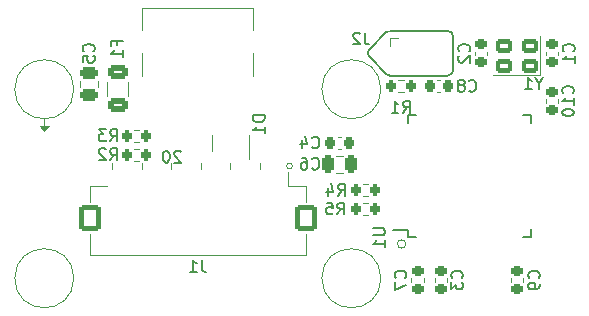
<source format=gbo>
G04 #@! TF.GenerationSoftware,KiCad,Pcbnew,(6.0.4-0)*
G04 #@! TF.CreationDate,2022-04-22T14:06:04+09:00*
G04 #@! TF.ProjectId,mcupcb,6d637570-6362-42e6-9b69-6361645f7063,rev?*
G04 #@! TF.SameCoordinates,Original*
G04 #@! TF.FileFunction,Legend,Bot*
G04 #@! TF.FilePolarity,Positive*
%FSLAX46Y46*%
G04 Gerber Fmt 4.6, Leading zero omitted, Abs format (unit mm)*
G04 Created by KiCad (PCBNEW (6.0.4-0)) date 2022-04-22 14:06:04*
%MOMM*%
%LPD*%
G01*
G04 APERTURE LIST*
G04 Aperture macros list*
%AMRoundRect*
0 Rectangle with rounded corners*
0 $1 Rounding radius*
0 $2 $3 $4 $5 $6 $7 $8 $9 X,Y pos of 4 corners*
0 Add a 4 corners polygon primitive as box body*
4,1,4,$2,$3,$4,$5,$6,$7,$8,$9,$2,$3,0*
0 Add four circle primitives for the rounded corners*
1,1,$1+$1,$2,$3*
1,1,$1+$1,$4,$5*
1,1,$1+$1,$6,$7*
1,1,$1+$1,$8,$9*
0 Add four rect primitives between the rounded corners*
20,1,$1+$1,$2,$3,$4,$5,0*
20,1,$1+$1,$4,$5,$6,$7,0*
20,1,$1+$1,$6,$7,$8,$9,0*
20,1,$1+$1,$8,$9,$2,$3,0*%
G04 Aperture macros list end*
%ADD10C,0.120000*%
%ADD11C,0.150000*%
%ADD12C,0.200000*%
%ADD13C,0.500000*%
%ADD14C,2.200000*%
%ADD15R,0.300000X1.300000*%
%ADD16RoundRect,0.200000X0.700000X0.900000X-0.700000X0.900000X-0.700000X-0.900000X0.700000X-0.900000X0*%
%ADD17R,1.500000X0.550000*%
%ADD18R,0.550000X1.500000*%
%ADD19RoundRect,0.225000X-0.225000X-0.250000X0.225000X-0.250000X0.225000X0.250000X-0.225000X0.250000X0*%
%ADD20RoundRect,0.200000X0.200000X0.275000X-0.200000X0.275000X-0.200000X-0.275000X0.200000X-0.275000X0*%
%ADD21RoundRect,0.225000X0.250000X-0.225000X0.250000X0.225000X-0.250000X0.225000X-0.250000X-0.225000X0*%
%ADD22RoundRect,0.200000X-0.200000X-0.275000X0.200000X-0.275000X0.200000X0.275000X-0.200000X0.275000X0*%
%ADD23RoundRect,0.225000X-0.250000X0.225000X-0.250000X-0.225000X0.250000X-0.225000X0.250000X0.225000X0*%
%ADD24R,1.000000X0.700000*%
%ADD25R,0.600000X0.700000*%
%ADD26RoundRect,0.250000X-0.475000X0.250000X-0.475000X-0.250000X0.475000X-0.250000X0.475000X0.250000X0*%
%ADD27RoundRect,0.225000X0.225000X0.250000X-0.225000X0.250000X-0.225000X-0.250000X0.225000X-0.250000X0*%
%ADD28RoundRect,0.200000X0.500000X0.400000X-0.500000X0.400000X-0.500000X-0.400000X0.500000X-0.400000X0*%
%ADD29RoundRect,0.250000X0.625000X-0.375000X0.625000X0.375000X-0.625000X0.375000X-0.625000X-0.375000X0*%
%ADD30C,0.650000*%
%ADD31R,0.600000X1.450000*%
%ADD32R,0.300000X1.450000*%
%ADD33O,1.000000X2.100000*%
%ADD34O,1.000000X1.600000*%
%ADD35C,4.000000*%
%ADD36RoundRect,0.250000X-0.250000X-0.475000X0.250000X-0.475000X0.250000X0.475000X-0.250000X0.475000X0*%
%ADD37C,0.990600*%
%ADD38C,0.800000*%
G04 APERTURE END LIST*
D10*
G36*
X187000000Y-156750000D02*
G01*
X186600000Y-156350000D01*
X187400000Y-156350000D01*
X187000000Y-156750000D01*
G37*
X187000000Y-156750000D02*
X186600000Y-156350000D01*
X187400000Y-156350000D01*
X187000000Y-156750000D01*
X187000000Y-156750000D02*
X187000000Y-155750000D01*
D11*
X198561904Y-158547619D02*
X198514285Y-158500000D01*
X198419047Y-158452380D01*
X198180952Y-158452380D01*
X198085714Y-158500000D01*
X198038095Y-158547619D01*
X197990476Y-158642857D01*
X197990476Y-158738095D01*
X198038095Y-158880952D01*
X198609523Y-159452380D01*
X197990476Y-159452380D01*
X197371428Y-158452380D02*
X197276190Y-158452380D01*
X197180952Y-158500000D01*
X197133333Y-158547619D01*
X197085714Y-158642857D01*
X197038095Y-158833333D01*
X197038095Y-159071428D01*
X197085714Y-159261904D01*
X197133333Y-159357142D01*
X197180952Y-159404761D01*
X197276190Y-159452380D01*
X197371428Y-159452380D01*
X197466666Y-159404761D01*
X197514285Y-159357142D01*
X197561904Y-159261904D01*
X197609523Y-159071428D01*
X197609523Y-158833333D01*
X197561904Y-158642857D01*
X197514285Y-158547619D01*
X197466666Y-158500000D01*
X197371428Y-158452380D01*
X200333333Y-167702380D02*
X200333333Y-168416666D01*
X200380952Y-168559523D01*
X200476190Y-168654761D01*
X200619047Y-168702380D01*
X200714285Y-168702380D01*
X199333333Y-168702380D02*
X199904761Y-168702380D01*
X199619047Y-168702380D02*
X199619047Y-167702380D01*
X199714285Y-167845238D01*
X199809523Y-167940476D01*
X199904761Y-167988095D01*
X214852380Y-165038095D02*
X215661904Y-165038095D01*
X215757142Y-165085714D01*
X215804761Y-165133333D01*
X215852380Y-165228571D01*
X215852380Y-165419047D01*
X215804761Y-165514285D01*
X215757142Y-165561904D01*
X215661904Y-165609523D01*
X214852380Y-165609523D01*
X215852380Y-166609523D02*
X215852380Y-166038095D01*
X215852380Y-166323809D02*
X214852380Y-166323809D01*
X214995238Y-166228571D01*
X215090476Y-166133333D01*
X215138095Y-166038095D01*
X222966666Y-153357142D02*
X223014285Y-153404761D01*
X223157142Y-153452380D01*
X223252380Y-153452380D01*
X223395238Y-153404761D01*
X223490476Y-153309523D01*
X223538095Y-153214285D01*
X223585714Y-153023809D01*
X223585714Y-152880952D01*
X223538095Y-152690476D01*
X223490476Y-152595238D01*
X223395238Y-152500000D01*
X223252380Y-152452380D01*
X223157142Y-152452380D01*
X223014285Y-152500000D01*
X222966666Y-152547619D01*
X222395238Y-152880952D02*
X222490476Y-152833333D01*
X222538095Y-152785714D01*
X222585714Y-152690476D01*
X222585714Y-152642857D01*
X222538095Y-152547619D01*
X222490476Y-152500000D01*
X222395238Y-152452380D01*
X222204761Y-152452380D01*
X222109523Y-152500000D01*
X222061904Y-152547619D01*
X222014285Y-152642857D01*
X222014285Y-152690476D01*
X222061904Y-152785714D01*
X222109523Y-152833333D01*
X222204761Y-152880952D01*
X222395238Y-152880952D01*
X222490476Y-152928571D01*
X222538095Y-152976190D01*
X222585714Y-153071428D01*
X222585714Y-153261904D01*
X222538095Y-153357142D01*
X222490476Y-153404761D01*
X222395238Y-153452380D01*
X222204761Y-153452380D01*
X222109523Y-153404761D01*
X222061904Y-153357142D01*
X222014285Y-153261904D01*
X222014285Y-153071428D01*
X222061904Y-152976190D01*
X222109523Y-152928571D01*
X222204761Y-152880952D01*
X211866666Y-162252380D02*
X212200000Y-161776190D01*
X212438095Y-162252380D02*
X212438095Y-161252380D01*
X212057142Y-161252380D01*
X211961904Y-161300000D01*
X211914285Y-161347619D01*
X211866666Y-161442857D01*
X211866666Y-161585714D01*
X211914285Y-161680952D01*
X211961904Y-161728571D01*
X212057142Y-161776190D01*
X212438095Y-161776190D01*
X211009523Y-161585714D02*
X211009523Y-162252380D01*
X211247619Y-161204761D02*
X211485714Y-161919047D01*
X210866666Y-161919047D01*
X222357142Y-169233333D02*
X222404761Y-169185714D01*
X222452380Y-169042857D01*
X222452380Y-168947619D01*
X222404761Y-168804761D01*
X222309523Y-168709523D01*
X222214285Y-168661904D01*
X222023809Y-168614285D01*
X221880952Y-168614285D01*
X221690476Y-168661904D01*
X221595238Y-168709523D01*
X221500000Y-168804761D01*
X221452380Y-168947619D01*
X221452380Y-169042857D01*
X221500000Y-169185714D01*
X221547619Y-169233333D01*
X221452380Y-169566666D02*
X221452380Y-170185714D01*
X221833333Y-169852380D01*
X221833333Y-169995238D01*
X221880952Y-170090476D01*
X221928571Y-170138095D01*
X222023809Y-170185714D01*
X222261904Y-170185714D01*
X222357142Y-170138095D01*
X222404761Y-170090476D01*
X222452380Y-169995238D01*
X222452380Y-169709523D01*
X222404761Y-169614285D01*
X222357142Y-169566666D01*
X217366666Y-155252380D02*
X217700000Y-154776190D01*
X217938095Y-155252380D02*
X217938095Y-154252380D01*
X217557142Y-154252380D01*
X217461904Y-154300000D01*
X217414285Y-154347619D01*
X217366666Y-154442857D01*
X217366666Y-154585714D01*
X217414285Y-154680952D01*
X217461904Y-154728571D01*
X217557142Y-154776190D01*
X217938095Y-154776190D01*
X216414285Y-155252380D02*
X216985714Y-155252380D01*
X216700000Y-155252380D02*
X216700000Y-154252380D01*
X216795238Y-154395238D01*
X216890476Y-154490476D01*
X216985714Y-154538095D01*
X228857142Y-169233333D02*
X228904761Y-169185714D01*
X228952380Y-169042857D01*
X228952380Y-168947619D01*
X228904761Y-168804761D01*
X228809523Y-168709523D01*
X228714285Y-168661904D01*
X228523809Y-168614285D01*
X228380952Y-168614285D01*
X228190476Y-168661904D01*
X228095238Y-168709523D01*
X228000000Y-168804761D01*
X227952380Y-168947619D01*
X227952380Y-169042857D01*
X228000000Y-169185714D01*
X228047619Y-169233333D01*
X228952380Y-169709523D02*
X228952380Y-169900000D01*
X228904761Y-169995238D01*
X228857142Y-170042857D01*
X228714285Y-170138095D01*
X228523809Y-170185714D01*
X228142857Y-170185714D01*
X228047619Y-170138095D01*
X228000000Y-170090476D01*
X227952380Y-169995238D01*
X227952380Y-169804761D01*
X228000000Y-169709523D01*
X228047619Y-169661904D01*
X228142857Y-169614285D01*
X228380952Y-169614285D01*
X228476190Y-169661904D01*
X228523809Y-169709523D01*
X228571428Y-169804761D01*
X228571428Y-169995238D01*
X228523809Y-170090476D01*
X228476190Y-170138095D01*
X228380952Y-170185714D01*
X231807142Y-150033333D02*
X231854761Y-149985714D01*
X231902380Y-149842857D01*
X231902380Y-149747619D01*
X231854761Y-149604761D01*
X231759523Y-149509523D01*
X231664285Y-149461904D01*
X231473809Y-149414285D01*
X231330952Y-149414285D01*
X231140476Y-149461904D01*
X231045238Y-149509523D01*
X230950000Y-149604761D01*
X230902380Y-149747619D01*
X230902380Y-149842857D01*
X230950000Y-149985714D01*
X230997619Y-150033333D01*
X231902380Y-150985714D02*
X231902380Y-150414285D01*
X231902380Y-150700000D02*
X230902380Y-150700000D01*
X231045238Y-150604761D01*
X231140476Y-150509523D01*
X231188095Y-150414285D01*
X205652380Y-155461904D02*
X204652380Y-155461904D01*
X204652380Y-155700000D01*
X204700000Y-155842857D01*
X204795238Y-155938095D01*
X204890476Y-155985714D01*
X205080952Y-156033333D01*
X205223809Y-156033333D01*
X205414285Y-155985714D01*
X205509523Y-155938095D01*
X205604761Y-155842857D01*
X205652380Y-155700000D01*
X205652380Y-155461904D01*
X205652380Y-156985714D02*
X205652380Y-156414285D01*
X205652380Y-156700000D02*
X204652380Y-156700000D01*
X204795238Y-156604761D01*
X204890476Y-156509523D01*
X204938095Y-156414285D01*
X217557142Y-169233333D02*
X217604761Y-169185714D01*
X217652380Y-169042857D01*
X217652380Y-168947619D01*
X217604761Y-168804761D01*
X217509523Y-168709523D01*
X217414285Y-168661904D01*
X217223809Y-168614285D01*
X217080952Y-168614285D01*
X216890476Y-168661904D01*
X216795238Y-168709523D01*
X216700000Y-168804761D01*
X216652380Y-168947619D01*
X216652380Y-169042857D01*
X216700000Y-169185714D01*
X216747619Y-169233333D01*
X216652380Y-169566666D02*
X216652380Y-170233333D01*
X217652380Y-169804761D01*
X222957142Y-150033333D02*
X223004761Y-149985714D01*
X223052380Y-149842857D01*
X223052380Y-149747619D01*
X223004761Y-149604761D01*
X222909523Y-149509523D01*
X222814285Y-149461904D01*
X222623809Y-149414285D01*
X222480952Y-149414285D01*
X222290476Y-149461904D01*
X222195238Y-149509523D01*
X222100000Y-149604761D01*
X222052380Y-149747619D01*
X222052380Y-149842857D01*
X222100000Y-149985714D01*
X222147619Y-150033333D01*
X222147619Y-150414285D02*
X222100000Y-150461904D01*
X222052380Y-150557142D01*
X222052380Y-150795238D01*
X222100000Y-150890476D01*
X222147619Y-150938095D01*
X222242857Y-150985714D01*
X222338095Y-150985714D01*
X222480952Y-150938095D01*
X223052380Y-150366666D01*
X223052380Y-150985714D01*
X192566666Y-159252380D02*
X192900000Y-158776190D01*
X193138095Y-159252380D02*
X193138095Y-158252380D01*
X192757142Y-158252380D01*
X192661904Y-158300000D01*
X192614285Y-158347619D01*
X192566666Y-158442857D01*
X192566666Y-158585714D01*
X192614285Y-158680952D01*
X192661904Y-158728571D01*
X192757142Y-158776190D01*
X193138095Y-158776190D01*
X192185714Y-158347619D02*
X192138095Y-158300000D01*
X192042857Y-158252380D01*
X191804761Y-158252380D01*
X191709523Y-158300000D01*
X191661904Y-158347619D01*
X191614285Y-158442857D01*
X191614285Y-158538095D01*
X191661904Y-158680952D01*
X192233333Y-159252380D01*
X191614285Y-159252380D01*
X191157142Y-150033333D02*
X191204761Y-149985714D01*
X191252380Y-149842857D01*
X191252380Y-149747619D01*
X191204761Y-149604761D01*
X191109523Y-149509523D01*
X191014285Y-149461904D01*
X190823809Y-149414285D01*
X190680952Y-149414285D01*
X190490476Y-149461904D01*
X190395238Y-149509523D01*
X190300000Y-149604761D01*
X190252380Y-149747619D01*
X190252380Y-149842857D01*
X190300000Y-149985714D01*
X190347619Y-150033333D01*
X190252380Y-150938095D02*
X190252380Y-150461904D01*
X190728571Y-150414285D01*
X190680952Y-150461904D01*
X190633333Y-150557142D01*
X190633333Y-150795238D01*
X190680952Y-150890476D01*
X190728571Y-150938095D01*
X190823809Y-150985714D01*
X191061904Y-150985714D01*
X191157142Y-150938095D01*
X191204761Y-150890476D01*
X191252380Y-150795238D01*
X191252380Y-150557142D01*
X191204761Y-150461904D01*
X191157142Y-150414285D01*
X209666666Y-158157142D02*
X209714285Y-158204761D01*
X209857142Y-158252380D01*
X209952380Y-158252380D01*
X210095238Y-158204761D01*
X210190476Y-158109523D01*
X210238095Y-158014285D01*
X210285714Y-157823809D01*
X210285714Y-157680952D01*
X210238095Y-157490476D01*
X210190476Y-157395238D01*
X210095238Y-157300000D01*
X209952380Y-157252380D01*
X209857142Y-157252380D01*
X209714285Y-157300000D01*
X209666666Y-157347619D01*
X208809523Y-157585714D02*
X208809523Y-158252380D01*
X209047619Y-157204761D02*
X209285714Y-157919047D01*
X208666666Y-157919047D01*
X211816666Y-163852380D02*
X212150000Y-163376190D01*
X212388095Y-163852380D02*
X212388095Y-162852380D01*
X212007142Y-162852380D01*
X211911904Y-162900000D01*
X211864285Y-162947619D01*
X211816666Y-163042857D01*
X211816666Y-163185714D01*
X211864285Y-163280952D01*
X211911904Y-163328571D01*
X212007142Y-163376190D01*
X212388095Y-163376190D01*
X210911904Y-162852380D02*
X211388095Y-162852380D01*
X211435714Y-163328571D01*
X211388095Y-163280952D01*
X211292857Y-163233333D01*
X211054761Y-163233333D01*
X210959523Y-163280952D01*
X210911904Y-163328571D01*
X210864285Y-163423809D01*
X210864285Y-163661904D01*
X210911904Y-163757142D01*
X210959523Y-163804761D01*
X211054761Y-163852380D01*
X211292857Y-163852380D01*
X211388095Y-163804761D01*
X211435714Y-163757142D01*
X228876190Y-152776190D02*
X228876190Y-153252380D01*
X229209523Y-152252380D02*
X228876190Y-152776190D01*
X228542857Y-152252380D01*
X227685714Y-153252380D02*
X228257142Y-153252380D01*
X227971428Y-153252380D02*
X227971428Y-152252380D01*
X228066666Y-152395238D01*
X228161904Y-152490476D01*
X228257142Y-152538095D01*
X193128571Y-149466666D02*
X193128571Y-149133333D01*
X193652380Y-149133333D02*
X192652380Y-149133333D01*
X192652380Y-149609523D01*
X193652380Y-150514285D02*
X193652380Y-149942857D01*
X193652380Y-150228571D02*
X192652380Y-150228571D01*
X192795238Y-150133333D01*
X192890476Y-150038095D01*
X192938095Y-149942857D01*
X192566666Y-157652380D02*
X192900000Y-157176190D01*
X193138095Y-157652380D02*
X193138095Y-156652380D01*
X192757142Y-156652380D01*
X192661904Y-156700000D01*
X192614285Y-156747619D01*
X192566666Y-156842857D01*
X192566666Y-156985714D01*
X192614285Y-157080952D01*
X192661904Y-157128571D01*
X192757142Y-157176190D01*
X193138095Y-157176190D01*
X192233333Y-156652380D02*
X191614285Y-156652380D01*
X191947619Y-157033333D01*
X191804761Y-157033333D01*
X191709523Y-157080952D01*
X191661904Y-157128571D01*
X191614285Y-157223809D01*
X191614285Y-157461904D01*
X191661904Y-157557142D01*
X191709523Y-157604761D01*
X191804761Y-157652380D01*
X192090476Y-157652380D01*
X192185714Y-157604761D01*
X192233333Y-157557142D01*
X209666666Y-159957142D02*
X209714285Y-160004761D01*
X209857142Y-160052380D01*
X209952380Y-160052380D01*
X210095238Y-160004761D01*
X210190476Y-159909523D01*
X210238095Y-159814285D01*
X210285714Y-159623809D01*
X210285714Y-159480952D01*
X210238095Y-159290476D01*
X210190476Y-159195238D01*
X210095238Y-159100000D01*
X209952380Y-159052380D01*
X209857142Y-159052380D01*
X209714285Y-159100000D01*
X209666666Y-159147619D01*
X208809523Y-159052380D02*
X209000000Y-159052380D01*
X209095238Y-159100000D01*
X209142857Y-159147619D01*
X209238095Y-159290476D01*
X209285714Y-159480952D01*
X209285714Y-159861904D01*
X209238095Y-159957142D01*
X209190476Y-160004761D01*
X209095238Y-160052380D01*
X208904761Y-160052380D01*
X208809523Y-160004761D01*
X208761904Y-159957142D01*
X208714285Y-159861904D01*
X208714285Y-159623809D01*
X208761904Y-159528571D01*
X208809523Y-159480952D01*
X208904761Y-159433333D01*
X209095238Y-159433333D01*
X209190476Y-159480952D01*
X209238095Y-159528571D01*
X209285714Y-159623809D01*
X231757142Y-153607142D02*
X231804761Y-153559523D01*
X231852380Y-153416666D01*
X231852380Y-153321428D01*
X231804761Y-153178571D01*
X231709523Y-153083333D01*
X231614285Y-153035714D01*
X231423809Y-152988095D01*
X231280952Y-152988095D01*
X231090476Y-153035714D01*
X230995238Y-153083333D01*
X230900000Y-153178571D01*
X230852380Y-153321428D01*
X230852380Y-153416666D01*
X230900000Y-153559523D01*
X230947619Y-153607142D01*
X231852380Y-154559523D02*
X231852380Y-153988095D01*
X231852380Y-154273809D02*
X230852380Y-154273809D01*
X230995238Y-154178571D01*
X231090476Y-154083333D01*
X231138095Y-153988095D01*
X230852380Y-155178571D02*
X230852380Y-155273809D01*
X230900000Y-155369047D01*
X230947619Y-155416666D01*
X231042857Y-155464285D01*
X231233333Y-155511904D01*
X231471428Y-155511904D01*
X231661904Y-155464285D01*
X231757142Y-155416666D01*
X231804761Y-155369047D01*
X231852380Y-155273809D01*
X231852380Y-155178571D01*
X231804761Y-155083333D01*
X231757142Y-155035714D01*
X231661904Y-154988095D01*
X231471428Y-154940476D01*
X231233333Y-154940476D01*
X231042857Y-154988095D01*
X230947619Y-155035714D01*
X230900000Y-155083333D01*
X230852380Y-155178571D01*
X214133333Y-148452380D02*
X214133333Y-149166666D01*
X214180952Y-149309523D01*
X214276190Y-149404761D01*
X214419047Y-149452380D01*
X214514285Y-149452380D01*
X213704761Y-148547619D02*
X213657142Y-148500000D01*
X213561904Y-148452380D01*
X213323809Y-148452380D01*
X213228571Y-148500000D01*
X213180952Y-148547619D01*
X213133333Y-148642857D01*
X213133333Y-148738095D01*
X213180952Y-148880952D01*
X213752380Y-149452380D01*
X213133333Y-149452380D01*
D10*
X189500000Y-169250000D02*
G75*
G03*
X189500000Y-169250000I-2500000J0D01*
G01*
X205250000Y-160000000D02*
X205250000Y-159500000D01*
X192750000Y-160000000D02*
X192750000Y-159500000D01*
X209150000Y-161450000D02*
X209150000Y-162790000D01*
X209150000Y-165510000D02*
X209150000Y-167250000D01*
X197750000Y-160000000D02*
X197750000Y-159500000D01*
X190850000Y-167250000D02*
X190850000Y-165510000D01*
X207660000Y-161450000D02*
X209150000Y-161450000D01*
X192340000Y-161450000D02*
X190850000Y-161450000D01*
X207660000Y-161450000D02*
X207660000Y-160250000D01*
X209150000Y-167250000D02*
X190850000Y-167250000D01*
X200250000Y-160000000D02*
X200250000Y-159500000D01*
X202750000Y-160000000D02*
X202750000Y-159500000D01*
X195250000Y-160000000D02*
X195250000Y-159500000D01*
X190850000Y-161450000D02*
X190850000Y-162790000D01*
X208000000Y-159750000D02*
G75*
G03*
X208000000Y-159750000I-250000J0D01*
G01*
D11*
X228175000Y-165775000D02*
X227500000Y-165775000D01*
X228175000Y-155425000D02*
X228175000Y-156100000D01*
X217825000Y-165775000D02*
X218500000Y-165775000D01*
X217825000Y-165775000D02*
X217825000Y-165200000D01*
X228175000Y-155425000D02*
X227500000Y-155425000D01*
X217825000Y-155425000D02*
X217825000Y-156100000D01*
X228175000Y-165775000D02*
X228175000Y-165100000D01*
X217825000Y-165200000D02*
X216550000Y-165200000D01*
X217825000Y-155425000D02*
X218500000Y-155425000D01*
D10*
X217603553Y-166350000D02*
G75*
G03*
X217603553Y-166350000I-353553J0D01*
G01*
X220259420Y-152490000D02*
X220540580Y-152490000D01*
X220259420Y-153510000D02*
X220540580Y-153510000D01*
X214437258Y-161277500D02*
X213962742Y-161277500D01*
X214437258Y-162322500D02*
X213962742Y-162322500D01*
X221110000Y-169540580D02*
X221110000Y-169259420D01*
X220090000Y-169540580D02*
X220090000Y-169259420D01*
X216962742Y-153522500D02*
X217437258Y-153522500D01*
X216962742Y-152477500D02*
X217437258Y-152477500D01*
X227510000Y-169259420D02*
X227510000Y-169540580D01*
X226490000Y-169259420D02*
X226490000Y-169540580D01*
X229490000Y-150340580D02*
X229490000Y-150059420D01*
X230510000Y-150340580D02*
X230510000Y-150059420D01*
X204310000Y-157150000D02*
X204310000Y-159150000D01*
X201190000Y-158450000D02*
X201190000Y-157150000D01*
X219110000Y-169259420D02*
X219110000Y-169540580D01*
X218090000Y-169259420D02*
X218090000Y-169540580D01*
X224510000Y-150340580D02*
X224510000Y-150059420D01*
X223490000Y-150340580D02*
X223490000Y-150059420D01*
X194562742Y-159322500D02*
X195037258Y-159322500D01*
X194562742Y-158277500D02*
X195037258Y-158277500D01*
X215500000Y-169250000D02*
G75*
G03*
X215500000Y-169250000I-2500000J0D01*
G01*
X191535000Y-152538748D02*
X191535000Y-153061252D01*
X190065000Y-152538748D02*
X190065000Y-153061252D01*
X212140580Y-158310000D02*
X211859420Y-158310000D01*
X212140580Y-157290000D02*
X211859420Y-157290000D01*
X214437258Y-163922500D02*
X213962742Y-163922500D01*
X214437258Y-162877500D02*
X213962742Y-162877500D01*
X229000000Y-152050000D02*
X225000000Y-152050000D01*
X229000000Y-148750000D02*
X229000000Y-152050000D01*
X215500000Y-153250000D02*
G75*
G03*
X215500000Y-153250000I-2500000J0D01*
G01*
X194110000Y-153802064D02*
X194110000Y-152597936D01*
X192290000Y-153802064D02*
X192290000Y-152597936D01*
X195037258Y-157722500D02*
X194562742Y-157722500D01*
X195037258Y-156677500D02*
X194562742Y-156677500D01*
X195300000Y-148249999D02*
X195300000Y-146349999D01*
X195300000Y-152149999D02*
X195300000Y-150149999D01*
X204700000Y-148249999D02*
X204700000Y-146349999D01*
X195300000Y-146349999D02*
X204700000Y-146349999D01*
X204700000Y-152149999D02*
X204700000Y-150149999D01*
X189500000Y-153250000D02*
G75*
G03*
X189500000Y-153250000I-2500000J0D01*
G01*
X211738748Y-160335000D02*
X212261252Y-160335000D01*
X211738748Y-158865000D02*
X212261252Y-158865000D01*
X230510000Y-154390580D02*
X230510000Y-154109420D01*
X229490000Y-154390580D02*
X229490000Y-154109420D01*
D12*
X221629000Y-151597000D02*
X221629000Y-148803000D01*
X216295000Y-148295000D02*
X221121000Y-148295000D01*
D10*
X216930000Y-148930000D02*
X216295000Y-148930000D01*
X216295000Y-148930000D02*
X216295000Y-149565000D01*
D12*
X214538790Y-150559210D02*
X215935790Y-151956224D01*
X216295000Y-152105000D02*
X221121000Y-152105000D01*
X214538790Y-149840790D02*
X215935800Y-148443800D01*
X221629000Y-148803000D02*
G75*
G03*
X221121000Y-148295000I-508000J0D01*
G01*
X214538790Y-149840790D02*
G75*
G03*
X214538790Y-150559210I359209J-359210D01*
G01*
X221121000Y-152105000D02*
G75*
G03*
X221629000Y-151597000I0J508000D01*
G01*
X215935790Y-151956224D02*
G75*
G03*
X216295000Y-152105000I359196J359223D01*
G01*
X216295000Y-148295000D02*
G75*
G03*
X215935800Y-148443800I16J-507989D01*
G01*
%LPC*%
D13*
X185250000Y-142250000D03*
X185250000Y-144250000D03*
X185250000Y-141250000D03*
X185250000Y-143250000D03*
X185250000Y-145250000D03*
X208500000Y-148500000D03*
X209500000Y-148500000D03*
X207500000Y-148500000D03*
X231750000Y-141250000D03*
X231750000Y-142250000D03*
X231750000Y-143250000D03*
X231750000Y-144250000D03*
X231750000Y-145250000D03*
X231750000Y-164750000D03*
X231750000Y-163750000D03*
X231750000Y-162750000D03*
X185250000Y-163750000D03*
X185250000Y-164750000D03*
X185250000Y-162750000D03*
D14*
X187000000Y-169250000D03*
D15*
X207250000Y-160900000D03*
X206750000Y-160900000D03*
X206250000Y-160900000D03*
X205750000Y-160900000D03*
X205250000Y-160900000D03*
X204750000Y-160900000D03*
X204250000Y-160900000D03*
X203750000Y-160900000D03*
X203250000Y-160900000D03*
X202750000Y-160900000D03*
X202250000Y-160900000D03*
X201750000Y-160900000D03*
X201250000Y-160900000D03*
X200750000Y-160900000D03*
X200250000Y-160900000D03*
X199750000Y-160900000D03*
X199250000Y-160900000D03*
X198750000Y-160900000D03*
X198250000Y-160900000D03*
X197750000Y-160900000D03*
X197250000Y-160900000D03*
X196750000Y-160900000D03*
X196250000Y-160900000D03*
X195750000Y-160900000D03*
X195250000Y-160900000D03*
X194750000Y-160900000D03*
X194250000Y-160900000D03*
X193750000Y-160900000D03*
X193250000Y-160900000D03*
X192750000Y-160900000D03*
D16*
X209150000Y-164150000D03*
X190850000Y-164150000D03*
D17*
X217300000Y-164600000D03*
X217300000Y-163800000D03*
X217300000Y-163000000D03*
X217300000Y-162200000D03*
X217300000Y-161400000D03*
X217300000Y-160600000D03*
X217300000Y-159800000D03*
X217300000Y-159000000D03*
X217300000Y-158200000D03*
X217300000Y-157400000D03*
X217300000Y-156600000D03*
D18*
X219000000Y-154900000D03*
X219800000Y-154900000D03*
X220600000Y-154900000D03*
X221400000Y-154900000D03*
X222200000Y-154900000D03*
X223000000Y-154900000D03*
X223800000Y-154900000D03*
X224600000Y-154900000D03*
X225400000Y-154900000D03*
X226200000Y-154900000D03*
X227000000Y-154900000D03*
D17*
X228700000Y-156600000D03*
X228700000Y-157400000D03*
X228700000Y-158200000D03*
X228700000Y-159000000D03*
X228700000Y-159800000D03*
X228700000Y-160600000D03*
X228700000Y-161400000D03*
X228700000Y-162200000D03*
X228700000Y-163000000D03*
X228700000Y-163800000D03*
X228700000Y-164600000D03*
D18*
X227000000Y-166300000D03*
X226200000Y-166300000D03*
X225400000Y-166300000D03*
X224600000Y-166300000D03*
X223800000Y-166300000D03*
X223000000Y-166300000D03*
X222200000Y-166300000D03*
X221400000Y-166300000D03*
X220600000Y-166300000D03*
X219800000Y-166300000D03*
X219000000Y-166300000D03*
D19*
X219625000Y-153000000D03*
X221175000Y-153000000D03*
D20*
X215025000Y-161800000D03*
X213375000Y-161800000D03*
D21*
X220600000Y-170175000D03*
X220600000Y-168625000D03*
D22*
X216375000Y-153000000D03*
X218025000Y-153000000D03*
D23*
X227000000Y-168625000D03*
X227000000Y-170175000D03*
D21*
X230000000Y-150975000D03*
X230000000Y-149425000D03*
D24*
X203500000Y-158800000D03*
D25*
X201800000Y-158800000D03*
X201800000Y-156800000D03*
X203700000Y-156800000D03*
D23*
X218600000Y-168625000D03*
X218600000Y-170175000D03*
D21*
X224000000Y-150975000D03*
X224000000Y-149425000D03*
D22*
X193975000Y-158800000D03*
X195625000Y-158800000D03*
D14*
X213000000Y-169250000D03*
D26*
X190800000Y-151850000D03*
X190800000Y-153750000D03*
D27*
X212775000Y-157800000D03*
X211225000Y-157800000D03*
D20*
X215025000Y-163400000D03*
X213375000Y-163400000D03*
D28*
X228100000Y-151250000D03*
X225900000Y-151250000D03*
X225900000Y-149550000D03*
X228100000Y-149550000D03*
D14*
X213000000Y-153250000D03*
D29*
X193200000Y-154600000D03*
X193200000Y-151800000D03*
D20*
X195625000Y-157200000D03*
X193975000Y-157200000D03*
D30*
X197110000Y-152849999D03*
X202890000Y-152849999D03*
D31*
X196750000Y-154294999D03*
X197550000Y-154294999D03*
D32*
X198750000Y-154294999D03*
X199750000Y-154294999D03*
X200250000Y-154294999D03*
X201250000Y-154294999D03*
D31*
X202450000Y-154294999D03*
X203250000Y-154294999D03*
X203250000Y-154294999D03*
X202450000Y-154294999D03*
D32*
X201750000Y-154294999D03*
X200750000Y-154294999D03*
X199250000Y-154294999D03*
X198250000Y-154294999D03*
D31*
X197550000Y-154294999D03*
X196750000Y-154294999D03*
D33*
X195680000Y-153379999D03*
X204320000Y-153379999D03*
D34*
X195680000Y-149199999D03*
X204320000Y-149199999D03*
D35*
X187000000Y-153250000D03*
D36*
X211050000Y-159600000D03*
X212950000Y-159600000D03*
D21*
X230000000Y-155025000D03*
X230000000Y-153475000D03*
D37*
X220740000Y-151216000D03*
X220740000Y-149184000D03*
X215660000Y-150200000D03*
D38*
X216930000Y-149565000D03*
D13*
X216930000Y-149565000D03*
X216930000Y-150835000D03*
D38*
X216930000Y-150835000D03*
D13*
X218200000Y-149565000D03*
D38*
X218200000Y-149565000D03*
X218200000Y-150835000D03*
D13*
X218200000Y-150835000D03*
D38*
X219470000Y-149565000D03*
D13*
X219470000Y-149565000D03*
D38*
X219470000Y-150835000D03*
D13*
X219470000Y-150835000D03*
M02*

</source>
